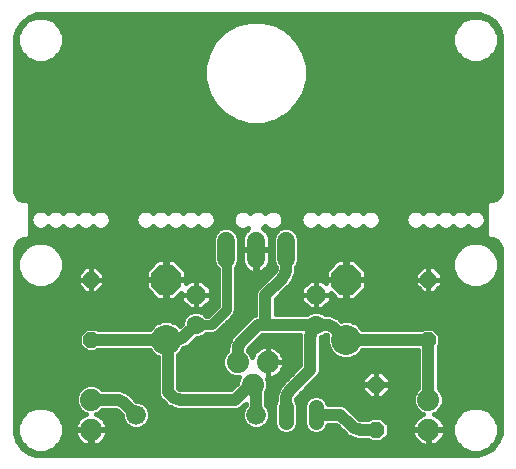
<source format=gbl>
G75*
G70*
%OFA0B0*%
%FSLAX24Y24*%
%IPPOS*%
%LPD*%
%AMOC8*
5,1,8,0,0,1.08239X$1,22.5*
%
%ADD10C,0.0600*%
%ADD11OC8,0.0520*%
%ADD12OC8,0.0630*%
%ADD13C,0.0630*%
%ADD14C,0.1000*%
%ADD15OC8,0.1000*%
%ADD16C,0.0660*%
%ADD17C,0.0515*%
%ADD18C,0.0740*%
%ADD19OC8,0.0560*%
%ADD20C,0.0400*%
%ADD21C,0.0160*%
%ADD22C,0.0320*%
D10*
X007362Y006880D02*
X007362Y007480D01*
X008362Y007480D02*
X008362Y006880D01*
X009362Y006880D02*
X009362Y007480D01*
D11*
X014112Y006180D03*
X014112Y004180D03*
X002862Y004180D03*
X002862Y006180D03*
D12*
X006362Y005680D03*
X010362Y005680D03*
D13*
X010362Y004680D03*
X006362Y004680D03*
D14*
X005362Y004180D03*
X011362Y004180D03*
D15*
X011362Y006180D03*
X005362Y006180D03*
D16*
X004362Y001680D03*
X008362Y001680D03*
D17*
X009362Y001423D02*
X009362Y001937D01*
X010362Y001937D02*
X010362Y001423D01*
D18*
X008250Y002680D03*
X007750Y003430D03*
X008750Y003430D03*
X014112Y002180D03*
X014112Y001180D03*
X002862Y001180D03*
X002862Y002180D03*
D19*
X012362Y002680D03*
X012362Y001180D03*
D20*
X011888Y001180D01*
X011535Y001326D02*
X011181Y001680D01*
X010362Y001680D01*
X009362Y002154D02*
X009364Y002198D01*
X009370Y002241D01*
X009379Y002283D01*
X009392Y002325D01*
X009409Y002365D01*
X009429Y002404D01*
X009452Y002441D01*
X009479Y002475D01*
X009508Y002508D01*
X009509Y002508D02*
X010181Y003180D01*
X010181Y004292D01*
X010328Y004645D02*
X010362Y004680D01*
X010655Y004680D01*
X010362Y004680D02*
X008681Y004680D01*
X008681Y005680D01*
X009216Y006215D01*
X009362Y006568D02*
X009362Y007180D01*
X009362Y006568D02*
X009360Y006524D01*
X009354Y006481D01*
X009345Y006439D01*
X009332Y006397D01*
X009315Y006357D01*
X009295Y006318D01*
X009272Y006281D01*
X009245Y006247D01*
X009216Y006214D01*
X008681Y004680D02*
X008431Y004680D01*
X007897Y004145D01*
X007750Y003792D02*
X007750Y003430D01*
X007750Y003792D02*
X007752Y003836D01*
X007758Y003879D01*
X007767Y003921D01*
X007780Y003963D01*
X007797Y004003D01*
X007817Y004042D01*
X007840Y004079D01*
X007867Y004113D01*
X007896Y004146D01*
X008133Y002631D02*
X007681Y002180D01*
X005888Y002180D01*
X005535Y002326D02*
X005431Y002430D01*
X005431Y004014D01*
X005362Y004180D02*
X005655Y004180D01*
X005362Y004180D02*
X002862Y004180D01*
X002862Y002180D02*
X003655Y002180D01*
X004009Y002034D02*
X004362Y001680D01*
X004009Y002034D02*
X003976Y002063D01*
X003942Y002090D01*
X003905Y002113D01*
X003866Y002133D01*
X003826Y002150D01*
X003784Y002163D01*
X003742Y002172D01*
X003699Y002178D01*
X003655Y002180D01*
X005431Y004014D02*
X005430Y004040D01*
X005425Y004066D01*
X005418Y004092D01*
X005408Y004116D01*
X005395Y004139D01*
X005380Y004161D01*
X005362Y004180D01*
X005655Y004180D02*
X005699Y004182D01*
X005742Y004188D01*
X005784Y004197D01*
X005826Y004210D01*
X005866Y004227D01*
X005905Y004247D01*
X005942Y004270D01*
X005976Y004297D01*
X006009Y004326D01*
X006362Y004680D01*
X005534Y002326D02*
X005567Y002297D01*
X005601Y002270D01*
X005638Y002247D01*
X005677Y002227D01*
X005717Y002210D01*
X005759Y002197D01*
X005801Y002188D01*
X005844Y002182D01*
X005888Y002180D01*
X008250Y002680D02*
X008275Y002652D01*
X008297Y002622D01*
X008317Y002590D01*
X008333Y002556D01*
X008346Y002520D01*
X008355Y002484D01*
X008360Y002447D01*
X008362Y002409D01*
X008362Y001680D01*
X008133Y002631D02*
X008149Y002646D01*
X008167Y002658D01*
X008186Y002667D01*
X008207Y002674D01*
X008228Y002679D01*
X008250Y002680D01*
X009362Y002154D02*
X009362Y001680D01*
X011534Y001326D02*
X011567Y001297D01*
X011601Y001270D01*
X011638Y001247D01*
X011677Y001227D01*
X011717Y001210D01*
X011759Y001197D01*
X011801Y001188D01*
X011844Y001182D01*
X011888Y001180D01*
X014112Y002180D02*
X014112Y004180D01*
X011362Y004180D01*
X011009Y004534D01*
X010327Y004646D02*
X010298Y004613D01*
X010271Y004579D01*
X010248Y004542D01*
X010228Y004503D01*
X010211Y004463D01*
X010198Y004421D01*
X010189Y004379D01*
X010183Y004336D01*
X010181Y004292D01*
X010655Y004680D02*
X010699Y004678D01*
X010742Y004672D01*
X010784Y004663D01*
X010826Y004650D01*
X010866Y004633D01*
X010905Y004613D01*
X010942Y004590D01*
X010976Y004563D01*
X011009Y004534D01*
D21*
X000573Y000572D02*
X000415Y000790D01*
X000332Y001045D01*
X000321Y001180D01*
X000321Y007180D01*
X000328Y007250D01*
X000382Y007380D01*
X000481Y007479D01*
X000611Y007533D01*
X000681Y007540D01*
X000739Y007540D01*
X000821Y007622D01*
X000821Y008738D01*
X000739Y008820D01*
X000681Y008820D01*
X000611Y008827D01*
X000481Y008881D01*
X000382Y008980D01*
X000328Y009110D01*
X000321Y009180D01*
X000321Y013997D01*
X000325Y014001D01*
X000321Y014054D01*
X000321Y014073D01*
X000324Y014204D01*
X000396Y014485D01*
X000552Y014729D01*
X000776Y014914D01*
X001046Y015020D01*
X001188Y015040D01*
X015681Y015040D01*
X015816Y015029D01*
X016072Y014946D01*
X016289Y014788D01*
X016448Y014570D01*
X016531Y014315D01*
X016541Y014180D01*
X016541Y009180D01*
X016534Y009110D01*
X016481Y008980D01*
X016381Y008881D01*
X016251Y008827D01*
X016181Y008820D01*
X016123Y008820D01*
X016041Y008738D01*
X016041Y007622D01*
X016123Y007540D01*
X016181Y007540D01*
X016251Y007533D01*
X016381Y007479D01*
X016481Y007380D01*
X016534Y007250D01*
X016541Y007180D01*
X016541Y001187D01*
X016520Y001044D01*
X016411Y000773D01*
X016223Y000548D01*
X015976Y000393D01*
X015692Y000321D01*
X015575Y000320D01*
X015540Y000320D01*
X015487Y000324D01*
X015483Y000320D01*
X001181Y000320D01*
X001047Y000331D01*
X000791Y000414D01*
X000573Y000572D01*
X000617Y000656D02*
X000512Y000656D01*
X000529Y000744D02*
X000745Y000527D01*
X001028Y000410D01*
X001334Y000410D01*
X001617Y000527D01*
X001834Y000744D01*
X001951Y001027D01*
X001951Y001333D01*
X001834Y001616D01*
X001617Y001833D01*
X001334Y001950D01*
X001028Y001950D01*
X000745Y001833D01*
X000529Y001616D01*
X000411Y001333D01*
X000411Y001027D01*
X000529Y000744D01*
X000499Y000814D02*
X000407Y000814D01*
X000434Y000973D02*
X000356Y000973D01*
X000325Y001131D02*
X000411Y001131D01*
X000411Y001290D02*
X000321Y001290D01*
X000321Y001448D02*
X000459Y001448D01*
X000525Y001607D02*
X000321Y001607D01*
X000321Y001765D02*
X000677Y001765D01*
X000964Y001924D02*
X000321Y001924D01*
X000321Y002082D02*
X002352Y002082D01*
X002352Y002079D02*
X002430Y001891D01*
X002573Y001748D01*
X002686Y001701D01*
X002651Y001690D01*
X002574Y001650D01*
X002504Y001600D01*
X002443Y001538D01*
X002392Y001468D01*
X002353Y001391D01*
X002326Y001309D01*
X002312Y001223D01*
X002312Y001200D01*
X002842Y001200D01*
X002842Y001160D01*
X002312Y001160D01*
X002312Y001137D01*
X002326Y001051D01*
X002353Y000969D01*
X002392Y000892D01*
X002443Y000822D01*
X002504Y000760D01*
X002574Y000710D01*
X002651Y000670D01*
X002734Y000644D01*
X002819Y000630D01*
X002842Y000630D01*
X002842Y001160D01*
X002882Y001160D01*
X002882Y000630D01*
X002906Y000630D01*
X002991Y000644D01*
X003073Y000670D01*
X003151Y000710D01*
X003221Y000760D01*
X003282Y000822D01*
X003333Y000892D01*
X003372Y000969D01*
X003399Y001051D01*
X003412Y001137D01*
X003412Y001160D01*
X002882Y001160D01*
X002882Y001200D01*
X003412Y001200D01*
X003412Y001223D01*
X003399Y001309D01*
X003372Y001391D01*
X003333Y001468D01*
X003282Y001538D01*
X003221Y001600D01*
X003151Y001650D01*
X003073Y001690D01*
X003039Y001701D01*
X003151Y001748D01*
X003244Y001840D01*
X003655Y001840D01*
X003686Y001837D01*
X003744Y001813D01*
X003768Y001793D01*
X003812Y001749D01*
X003892Y001669D01*
X003892Y001587D01*
X003964Y001414D01*
X004096Y001282D01*
X004269Y001210D01*
X004456Y001210D01*
X004629Y001282D01*
X004761Y001414D01*
X004832Y001587D01*
X004832Y001773D01*
X004761Y001946D01*
X004629Y002078D01*
X004456Y002150D01*
X004373Y002150D01*
X004293Y002230D01*
X004249Y002274D01*
X004131Y002392D01*
X003822Y002520D01*
X003244Y002520D01*
X003151Y002612D01*
X002964Y002690D01*
X002761Y002690D01*
X002573Y002612D01*
X002430Y002469D01*
X002352Y002281D01*
X002352Y002079D01*
X002352Y002241D02*
X000321Y002241D01*
X000321Y002399D02*
X002401Y002399D01*
X002519Y002558D02*
X000321Y002558D01*
X000321Y002716D02*
X005091Y002716D01*
X005091Y002558D02*
X003206Y002558D01*
X003169Y001765D02*
X003797Y001765D01*
X003892Y001607D02*
X003211Y001607D01*
X003343Y001448D02*
X003950Y001448D01*
X004088Y001290D02*
X003402Y001290D01*
X003411Y001131D02*
X009092Y001131D01*
X009137Y001086D02*
X009025Y001197D01*
X008965Y001343D01*
X008965Y002017D01*
X009022Y002155D01*
X009022Y002321D01*
X009150Y002630D01*
X009150Y002630D01*
X009268Y002748D01*
X009312Y002792D01*
X009841Y003321D01*
X009841Y004340D01*
X008572Y004340D01*
X008181Y003949D01*
X008137Y003905D01*
X008117Y003881D01*
X008093Y003823D01*
X008092Y003810D01*
X008182Y003719D01*
X008229Y003606D01*
X008240Y003641D01*
X008280Y003718D01*
X008331Y003788D01*
X008392Y003850D01*
X008462Y003900D01*
X008539Y003940D01*
X008621Y003966D01*
X008707Y003980D01*
X008750Y003980D01*
X008750Y003430D01*
X008750Y003430D01*
X008750Y003430D01*
X008750Y002880D01*
X008719Y002880D01*
X008760Y002781D01*
X008760Y002579D01*
X008702Y002439D01*
X008702Y002005D01*
X008761Y001946D01*
X008832Y001773D01*
X008832Y001587D01*
X008761Y001414D01*
X008629Y001282D01*
X008456Y001210D01*
X008269Y001210D01*
X008096Y001282D01*
X007964Y001414D01*
X007892Y001587D01*
X007892Y001773D01*
X007964Y001946D01*
X008022Y002005D01*
X008022Y002040D01*
X007969Y001987D01*
X007874Y001892D01*
X007749Y001840D01*
X005721Y001840D01*
X005413Y001968D01*
X005413Y001968D01*
X005294Y002086D01*
X005251Y002130D01*
X005239Y002142D01*
X005143Y002237D01*
X005091Y002362D01*
X005091Y003600D01*
X005000Y003637D01*
X004820Y003817D01*
X004810Y003840D01*
X003088Y003840D01*
X003028Y003780D01*
X002697Y003780D01*
X002462Y004014D01*
X002462Y004346D01*
X002697Y004580D01*
X003028Y004580D01*
X003088Y004520D01*
X004810Y004520D01*
X004820Y004543D01*
X005000Y004723D01*
X005235Y004820D01*
X005490Y004820D01*
X005725Y004723D01*
X005824Y004623D01*
X005907Y004706D01*
X005907Y004771D01*
X005977Y004938D01*
X006105Y005066D01*
X006272Y005135D01*
X006453Y005135D01*
X006620Y005066D01*
X006706Y004980D01*
X006769Y004980D01*
X007082Y005293D01*
X007082Y006538D01*
X006989Y006631D01*
X006922Y006792D01*
X006922Y007568D01*
X006989Y007729D01*
X007113Y007853D01*
X007275Y007920D01*
X007450Y007920D01*
X007612Y007853D01*
X007735Y007729D01*
X007802Y007568D01*
X007802Y006792D01*
X007735Y006631D01*
X007682Y006578D01*
X007682Y005109D01*
X007637Y004999D01*
X007552Y004915D01*
X007063Y004426D01*
X006953Y004380D01*
X006706Y004380D01*
X006620Y004294D01*
X006453Y004225D01*
X006388Y004225D01*
X006296Y004133D01*
X006249Y004086D01*
X006249Y004086D01*
X006131Y003968D01*
X006131Y003968D01*
X005933Y003886D01*
X005905Y003817D01*
X005771Y003684D01*
X005771Y002571D01*
X005775Y002567D01*
X005799Y002547D01*
X005857Y002523D01*
X005888Y002520D01*
X007540Y002520D01*
X007740Y002720D01*
X007740Y002781D01*
X007798Y002920D01*
X007649Y002920D01*
X007461Y002998D01*
X007318Y003141D01*
X007240Y003329D01*
X007240Y003531D01*
X007318Y003719D01*
X007410Y003811D01*
X007410Y003959D01*
X007538Y004268D01*
X007538Y004268D01*
X007656Y004386D01*
X007656Y004386D01*
X007700Y004430D01*
X008143Y004873D01*
X008239Y004968D01*
X008341Y005011D01*
X008341Y005748D01*
X008393Y005873D01*
X008489Y005968D01*
X008931Y006411D01*
X008975Y006455D01*
X008995Y006479D01*
X009019Y006537D01*
X009022Y006568D01*
X009022Y006598D01*
X008989Y006631D01*
X008922Y006792D01*
X008922Y007568D01*
X008989Y007729D01*
X009113Y007853D01*
X009275Y007920D01*
X009450Y007920D01*
X009612Y007853D01*
X009735Y007729D01*
X009802Y007568D01*
X009802Y006792D01*
X009735Y006631D01*
X009702Y006598D01*
X009702Y006401D01*
X009574Y006092D01*
X009574Y006092D01*
X009456Y005974D01*
X009456Y005974D01*
X009412Y005930D01*
X009021Y005539D01*
X009021Y005020D01*
X010059Y005020D01*
X010105Y005066D01*
X010272Y005135D01*
X010453Y005135D01*
X010620Y005066D01*
X010666Y005020D01*
X010822Y005020D01*
X011131Y004892D01*
X011131Y004892D01*
X011213Y004811D01*
X011235Y004820D01*
X011490Y004820D01*
X011725Y004723D01*
X011905Y004543D01*
X011914Y004520D01*
X013887Y004520D01*
X013947Y004580D01*
X014278Y004580D01*
X014512Y004346D01*
X014512Y004014D01*
X014452Y003954D01*
X014452Y002561D01*
X014545Y002469D01*
X014622Y002281D01*
X014622Y002079D01*
X014545Y001891D01*
X014401Y001748D01*
X014289Y001701D01*
X014323Y001690D01*
X014401Y001650D01*
X014471Y001600D01*
X014532Y001538D01*
X014583Y001468D01*
X014622Y001391D01*
X014649Y001309D01*
X014662Y001223D01*
X014662Y001200D01*
X014132Y001200D01*
X014132Y001160D01*
X014132Y000630D01*
X014156Y000630D01*
X014241Y000644D01*
X014323Y000670D01*
X014401Y000710D01*
X014471Y000760D01*
X014532Y000822D01*
X014583Y000892D01*
X014622Y000969D01*
X014649Y001051D01*
X014662Y001137D01*
X014662Y001160D01*
X014132Y001160D01*
X014092Y001160D01*
X013562Y001160D01*
X013562Y001137D01*
X013576Y001051D01*
X013603Y000969D01*
X013642Y000892D01*
X013693Y000822D01*
X013754Y000760D01*
X013824Y000710D01*
X013901Y000670D01*
X013984Y000644D01*
X014069Y000630D01*
X014092Y000630D01*
X014092Y001160D01*
X014092Y001200D01*
X013562Y001200D01*
X013562Y001223D01*
X013576Y001309D01*
X013603Y001391D01*
X013642Y001468D01*
X013693Y001538D01*
X013754Y001600D01*
X013824Y001650D01*
X013901Y001690D01*
X013936Y001701D01*
X013823Y001748D01*
X013680Y001891D01*
X013602Y002079D01*
X013602Y002281D01*
X013680Y002469D01*
X013772Y002561D01*
X013772Y003840D01*
X011914Y003840D01*
X011905Y003817D01*
X011725Y003637D01*
X011490Y003540D01*
X011235Y003540D01*
X011000Y003637D01*
X010820Y003817D01*
X010722Y004053D01*
X010722Y004307D01*
X010728Y004320D01*
X010686Y004337D01*
X010665Y004339D01*
X010620Y004294D01*
X010521Y004253D01*
X010521Y003112D01*
X010469Y002987D01*
X010374Y002892D01*
X009793Y002311D01*
X009749Y002267D01*
X009729Y002243D01*
X009705Y002185D01*
X009702Y002155D01*
X009760Y002017D01*
X009760Y001343D01*
X009699Y001197D01*
X009587Y001086D01*
X009441Y001025D01*
X009283Y001025D01*
X009137Y001086D01*
X008987Y001290D02*
X008637Y001290D01*
X008775Y001448D02*
X008965Y001448D01*
X008965Y001607D02*
X008832Y001607D01*
X008832Y001765D02*
X008965Y001765D01*
X008965Y001924D02*
X008770Y001924D01*
X008702Y002082D02*
X008992Y002082D01*
X009022Y002241D02*
X008702Y002241D01*
X008702Y002399D02*
X009055Y002399D01*
X009120Y002558D02*
X008751Y002558D01*
X008760Y002716D02*
X009236Y002716D01*
X009395Y002875D02*
X008722Y002875D01*
X008750Y002880D02*
X008793Y002880D01*
X008879Y002894D01*
X008961Y002920D01*
X009038Y002960D01*
X009108Y003010D01*
X009170Y003072D01*
X009221Y003142D01*
X009260Y003219D01*
X009287Y003301D01*
X009300Y003387D01*
X009300Y003430D01*
X008750Y003430D01*
X008750Y003980D01*
X008793Y003980D01*
X008879Y003966D01*
X008961Y003940D01*
X009038Y003900D01*
X009108Y003850D01*
X009170Y003788D01*
X009221Y003718D01*
X009260Y003641D01*
X009287Y003559D01*
X009300Y003473D01*
X009300Y003430D01*
X008750Y003430D01*
X008750Y002880D01*
X008750Y003033D02*
X008750Y003033D01*
X008750Y003192D02*
X008750Y003192D01*
X008750Y003350D02*
X008750Y003350D01*
X008750Y003430D02*
X008750Y003430D01*
X008750Y003509D02*
X008750Y003509D01*
X008750Y003667D02*
X008750Y003667D01*
X008750Y003826D02*
X008750Y003826D01*
X008368Y003826D02*
X008094Y003826D01*
X008204Y003667D02*
X008254Y003667D01*
X008216Y003984D02*
X009841Y003984D01*
X009841Y003826D02*
X009132Y003826D01*
X009247Y003667D02*
X009841Y003667D01*
X009841Y003509D02*
X009295Y003509D01*
X009294Y003350D02*
X009841Y003350D01*
X009712Y003192D02*
X009246Y003192D01*
X009131Y003033D02*
X009553Y003033D01*
X010040Y002558D02*
X011902Y002558D01*
X011902Y002489D02*
X012172Y002220D01*
X012352Y002220D01*
X012352Y002670D01*
X011902Y002670D01*
X011902Y002489D01*
X011993Y002399D02*
X009881Y002399D01*
X009728Y002241D02*
X010103Y002241D01*
X010137Y002274D02*
X010025Y002163D01*
X009965Y002017D01*
X009965Y001343D01*
X010025Y001197D01*
X010137Y001086D01*
X010283Y001025D01*
X010441Y001025D01*
X010587Y001086D01*
X010699Y001197D01*
X010758Y001340D01*
X011040Y001340D01*
X011247Y001134D01*
X011247Y001134D01*
X011294Y001086D01*
X011413Y000968D01*
X011721Y000840D01*
X012108Y000840D01*
X012188Y000760D01*
X012536Y000760D01*
X012782Y001006D01*
X012782Y001354D01*
X012536Y001600D01*
X012188Y001600D01*
X012108Y001520D01*
X011888Y001520D01*
X011857Y001523D01*
X011799Y001547D01*
X011775Y001567D01*
X011727Y001615D01*
X011469Y001873D01*
X011374Y001968D01*
X011249Y002020D01*
X010758Y002020D01*
X010699Y002163D01*
X010587Y002274D01*
X010441Y002335D01*
X010283Y002335D01*
X010137Y002274D01*
X009992Y002082D02*
X009733Y002082D01*
X009760Y001924D02*
X009965Y001924D01*
X009965Y001765D02*
X009760Y001765D01*
X009760Y001607D02*
X009965Y001607D01*
X009965Y001448D02*
X009760Y001448D01*
X009737Y001290D02*
X009987Y001290D01*
X010092Y001131D02*
X009633Y001131D01*
X010633Y001131D02*
X011249Y001131D01*
X011091Y001290D02*
X010737Y001290D01*
X011408Y000973D02*
X003373Y000973D01*
X003274Y000814D02*
X012134Y000814D01*
X012590Y000814D02*
X013701Y000814D01*
X013601Y000973D02*
X012749Y000973D01*
X012782Y001131D02*
X013563Y001131D01*
X013573Y001290D02*
X012782Y001290D01*
X012688Y001448D02*
X013632Y001448D01*
X013764Y001607D02*
X011736Y001607D01*
X011727Y001615D02*
X011727Y001615D01*
X011799Y001547D02*
X011799Y001547D01*
X011577Y001765D02*
X013806Y001765D01*
X013667Y001924D02*
X011419Y001924D01*
X010733Y002082D02*
X013602Y002082D01*
X013602Y002241D02*
X012573Y002241D01*
X012553Y002220D02*
X012822Y002489D01*
X012822Y002670D01*
X012372Y002670D01*
X012372Y002220D01*
X012553Y002220D01*
X012372Y002241D02*
X012352Y002241D01*
X012352Y002399D02*
X012372Y002399D01*
X012372Y002558D02*
X012352Y002558D01*
X012352Y002670D02*
X012372Y002670D01*
X012372Y002690D01*
X012352Y002690D01*
X012352Y002670D01*
X012352Y002690D02*
X011902Y002690D01*
X011902Y002871D01*
X012172Y003140D01*
X012352Y003140D01*
X012352Y002690D01*
X012372Y002690D02*
X012372Y003140D01*
X012553Y003140D01*
X012822Y002871D01*
X012822Y002690D01*
X012372Y002690D01*
X012372Y002716D02*
X012352Y002716D01*
X012352Y002875D02*
X012372Y002875D01*
X012372Y003033D02*
X012352Y003033D01*
X012065Y003033D02*
X010488Y003033D01*
X010521Y003192D02*
X013772Y003192D01*
X013772Y003350D02*
X010521Y003350D01*
X010521Y003509D02*
X013772Y003509D01*
X013772Y003667D02*
X011754Y003667D01*
X011908Y003826D02*
X013772Y003826D01*
X014452Y003826D02*
X016541Y003826D01*
X016541Y003984D02*
X014482Y003984D01*
X014512Y004143D02*
X016541Y004143D01*
X016541Y004301D02*
X014512Y004301D01*
X014399Y004460D02*
X016541Y004460D01*
X016541Y004618D02*
X011829Y004618D01*
X011595Y004777D02*
X016541Y004777D01*
X016541Y004935D02*
X011028Y004935D01*
X010634Y005252D02*
X016541Y005252D01*
X016541Y005094D02*
X010553Y005094D01*
X010567Y005185D02*
X010857Y005475D01*
X010857Y005680D01*
X010362Y005680D01*
X009867Y005680D01*
X009867Y005475D01*
X010157Y005185D01*
X010362Y005185D01*
X010362Y005680D01*
X010362Y005680D01*
X009867Y005680D01*
X009867Y005885D01*
X010157Y006175D01*
X010362Y006175D01*
X010362Y005680D01*
X010362Y005680D01*
X010362Y005680D01*
X010362Y006175D01*
X010567Y006175D01*
X010682Y006060D01*
X010682Y006160D01*
X011342Y006160D01*
X011342Y006200D01*
X010682Y006200D01*
X010682Y006462D01*
X011081Y006860D01*
X011342Y006860D01*
X011342Y006200D01*
X011382Y006200D01*
X011382Y006860D01*
X011644Y006860D01*
X012042Y006462D01*
X012042Y006200D01*
X011382Y006200D01*
X011382Y006160D01*
X011382Y005500D01*
X011644Y005500D01*
X012042Y005898D01*
X012042Y006160D01*
X011382Y006160D01*
X011342Y006160D01*
X011342Y005500D01*
X011081Y005500D01*
X010857Y005723D01*
X010857Y005680D01*
X010362Y005680D01*
X010362Y005185D01*
X010567Y005185D01*
X010362Y005252D02*
X010362Y005252D01*
X010362Y005411D02*
X010362Y005411D01*
X010362Y005569D02*
X010362Y005569D01*
X010362Y005680D02*
X010362Y005680D01*
X010362Y005728D02*
X010362Y005728D01*
X010362Y005886D02*
X010362Y005886D01*
X010362Y006045D02*
X010362Y006045D01*
X010027Y006045D02*
X009527Y006045D01*
X009574Y006092D02*
X009574Y006092D01*
X009620Y006203D02*
X010682Y006203D01*
X010682Y006362D02*
X009686Y006362D01*
X009702Y006520D02*
X010741Y006520D01*
X010899Y006679D02*
X009755Y006679D01*
X009802Y006837D02*
X011058Y006837D01*
X011342Y006837D02*
X011382Y006837D01*
X011382Y006679D02*
X011342Y006679D01*
X011342Y006520D02*
X011382Y006520D01*
X011382Y006362D02*
X011342Y006362D01*
X011342Y006203D02*
X011382Y006203D01*
X011382Y006045D02*
X011342Y006045D01*
X011342Y005886D02*
X011382Y005886D01*
X011382Y005728D02*
X011342Y005728D01*
X011342Y005569D02*
X011382Y005569D01*
X011713Y005569D02*
X016541Y005569D01*
X016541Y005411D02*
X010793Y005411D01*
X010857Y005569D02*
X011012Y005569D01*
X011872Y005728D02*
X016541Y005728D01*
X016541Y005886D02*
X014441Y005886D01*
X014552Y005998D02*
X014295Y005740D01*
X014112Y005740D01*
X014112Y006180D01*
X013672Y006180D01*
X013672Y005998D01*
X013930Y005740D01*
X014112Y005740D01*
X014112Y006180D01*
X014112Y006180D01*
X013672Y006180D01*
X013672Y006362D01*
X013930Y006620D01*
X014112Y006620D01*
X014112Y006180D01*
X014112Y006180D01*
X014112Y006180D01*
X014112Y006620D01*
X014295Y006620D01*
X014552Y006362D01*
X014552Y006180D01*
X014112Y006180D01*
X014112Y006180D01*
X014552Y006180D01*
X014552Y005998D01*
X014552Y006045D02*
X015228Y006045D01*
X015245Y006027D02*
X015528Y005910D01*
X015834Y005910D01*
X016117Y006027D01*
X016334Y006244D01*
X016451Y006527D01*
X016451Y006833D01*
X016334Y007116D01*
X016117Y007333D01*
X015834Y007450D01*
X015528Y007450D01*
X015245Y007333D01*
X015029Y007116D01*
X014911Y006833D01*
X014911Y006527D01*
X015029Y006244D01*
X015245Y006027D01*
X015069Y006203D02*
X014552Y006203D01*
X014552Y006362D02*
X014980Y006362D01*
X014914Y006520D02*
X014395Y006520D01*
X014112Y006520D02*
X014112Y006520D01*
X014112Y006362D02*
X014112Y006362D01*
X014112Y006203D02*
X014112Y006203D01*
X014112Y006045D02*
X014112Y006045D01*
X014112Y005886D02*
X014112Y005886D01*
X013784Y005886D02*
X012030Y005886D01*
X012042Y006045D02*
X013672Y006045D01*
X013672Y006203D02*
X012042Y006203D01*
X012042Y006362D02*
X013672Y006362D01*
X013830Y006520D02*
X011984Y006520D01*
X011825Y006679D02*
X014911Y006679D01*
X014913Y006837D02*
X011667Y006837D01*
X011614Y007843D02*
X011748Y007843D01*
X011872Y007894D01*
X011931Y007954D01*
X011990Y007894D01*
X012114Y007843D01*
X012248Y007843D01*
X012372Y007894D01*
X012467Y007989D01*
X012518Y008113D01*
X012518Y008247D01*
X012467Y008371D01*
X012372Y008466D01*
X012248Y008517D01*
X012114Y008517D01*
X011990Y008466D01*
X011931Y008406D01*
X011872Y008466D01*
X011748Y008517D01*
X011614Y008517D01*
X011490Y008466D01*
X011431Y008406D01*
X011372Y008466D01*
X011248Y008517D01*
X011114Y008517D01*
X010990Y008466D01*
X010931Y008406D01*
X010872Y008466D01*
X010748Y008517D01*
X010614Y008517D01*
X010490Y008466D01*
X010431Y008406D01*
X010372Y008466D01*
X010248Y008517D01*
X010114Y008517D01*
X009990Y008466D01*
X009896Y008371D01*
X009844Y008247D01*
X009844Y008113D01*
X009896Y007989D01*
X009990Y007894D01*
X010114Y007843D01*
X010248Y007843D01*
X010372Y007894D01*
X010431Y007954D01*
X010490Y007894D01*
X010614Y007843D01*
X010748Y007843D01*
X010872Y007894D01*
X010931Y007954D01*
X010990Y007894D01*
X011114Y007843D01*
X011248Y007843D01*
X011372Y007894D01*
X011431Y007954D01*
X011490Y007894D01*
X011614Y007843D01*
X011438Y007947D02*
X011424Y007947D01*
X011416Y008422D02*
X011447Y008422D01*
X011916Y008422D02*
X011947Y008422D01*
X012416Y008422D02*
X013447Y008422D01*
X013490Y008466D02*
X013396Y008371D01*
X013344Y008247D01*
X013344Y008113D01*
X013396Y007989D01*
X013490Y007894D01*
X013614Y007843D01*
X013748Y007843D01*
X013872Y007894D01*
X013931Y007954D01*
X013990Y007894D01*
X014114Y007843D01*
X014248Y007843D01*
X014372Y007894D01*
X014431Y007954D01*
X014490Y007894D01*
X014614Y007843D01*
X014748Y007843D01*
X014872Y007894D01*
X014931Y007954D01*
X014990Y007894D01*
X015114Y007843D01*
X015248Y007843D01*
X015372Y007894D01*
X015431Y007954D01*
X015490Y007894D01*
X015614Y007843D01*
X015748Y007843D01*
X015872Y007894D01*
X015967Y007989D01*
X016018Y008113D01*
X016018Y008247D01*
X015967Y008371D01*
X015872Y008466D01*
X015748Y008517D01*
X015614Y008517D01*
X015490Y008466D01*
X015431Y008406D01*
X015372Y008466D01*
X015248Y008517D01*
X015114Y008517D01*
X014990Y008466D01*
X014931Y008406D01*
X014872Y008466D01*
X014748Y008517D01*
X014614Y008517D01*
X014490Y008466D01*
X014431Y008406D01*
X014372Y008466D01*
X014248Y008517D01*
X014114Y008517D01*
X013990Y008466D01*
X013931Y008406D01*
X013872Y008466D01*
X013748Y008517D01*
X013614Y008517D01*
X013490Y008466D01*
X013351Y008264D02*
X012511Y008264D01*
X012515Y008105D02*
X013348Y008105D01*
X013438Y007947D02*
X012424Y007947D01*
X011938Y007947D02*
X011924Y007947D01*
X010938Y007947D02*
X010924Y007947D01*
X010916Y008422D02*
X010947Y008422D01*
X010447Y008422D02*
X010416Y008422D01*
X009947Y008422D02*
X009166Y008422D01*
X009122Y008466D02*
X009217Y008371D01*
X009268Y008247D01*
X009268Y008113D01*
X009217Y007989D01*
X009122Y007894D01*
X008998Y007843D01*
X008864Y007843D01*
X008740Y007894D01*
X008681Y007954D01*
X008622Y007894D01*
X008613Y007891D01*
X008614Y007891D01*
X008675Y007846D01*
X008728Y007793D01*
X008773Y007732D01*
X008807Y007664D01*
X008831Y007592D01*
X008842Y007518D01*
X008842Y007200D01*
X008382Y007200D01*
X008382Y007160D01*
X008382Y006400D01*
X008400Y006400D01*
X008475Y006412D01*
X008547Y006435D01*
X008614Y006469D01*
X008675Y006514D01*
X008728Y006567D01*
X008773Y006628D01*
X008807Y006696D01*
X008831Y006768D01*
X008842Y006842D01*
X008842Y007160D01*
X008382Y007160D01*
X008342Y007160D01*
X007882Y007160D01*
X007882Y006842D01*
X007894Y006768D01*
X007918Y006696D01*
X007952Y006628D01*
X007996Y006567D01*
X008050Y006514D01*
X008111Y006469D01*
X008178Y006435D01*
X008250Y006412D01*
X008325Y006400D01*
X008342Y006400D01*
X008342Y007160D01*
X008342Y007200D01*
X007882Y007200D01*
X007882Y007518D01*
X007894Y007592D01*
X007918Y007664D01*
X007952Y007732D01*
X007996Y007793D01*
X008050Y007846D01*
X008108Y007889D01*
X007998Y007843D01*
X007864Y007843D01*
X007740Y007894D01*
X007646Y007989D01*
X007594Y008113D01*
X007594Y008247D01*
X007646Y008371D01*
X007740Y008466D01*
X007864Y008517D01*
X007998Y008517D01*
X008122Y008466D01*
X008181Y008406D01*
X008240Y008466D01*
X008364Y008517D01*
X008498Y008517D01*
X008622Y008466D01*
X008681Y008406D01*
X008740Y008466D01*
X008864Y008517D01*
X008998Y008517D01*
X009122Y008466D01*
X009261Y008264D02*
X009851Y008264D01*
X009848Y008105D02*
X009265Y008105D01*
X009174Y007947D02*
X009938Y007947D01*
X009677Y007788D02*
X016041Y007788D01*
X016041Y007630D02*
X009777Y007630D01*
X009802Y007471D02*
X016390Y007471D01*
X016509Y007313D02*
X016138Y007313D01*
X016296Y007154D02*
X016541Y007154D01*
X016541Y006996D02*
X016384Y006996D01*
X016450Y006837D02*
X016541Y006837D01*
X016541Y006679D02*
X016451Y006679D01*
X016448Y006520D02*
X016541Y006520D01*
X016541Y006362D02*
X016383Y006362D01*
X016293Y006203D02*
X016541Y006203D01*
X016541Y006045D02*
X016135Y006045D01*
X014979Y006996D02*
X009802Y006996D01*
X009802Y007154D02*
X015066Y007154D01*
X015225Y007313D02*
X009802Y007313D01*
X010424Y007947D02*
X010438Y007947D01*
X009048Y007788D02*
X008732Y007788D01*
X008688Y007947D02*
X008674Y007947D01*
X008818Y007630D02*
X008948Y007630D01*
X008922Y007471D02*
X008842Y007471D01*
X008842Y007313D02*
X008922Y007313D01*
X008922Y007154D02*
X008842Y007154D01*
X008842Y006996D02*
X008922Y006996D01*
X008922Y006837D02*
X008842Y006837D01*
X008798Y006679D02*
X008970Y006679D01*
X009012Y006520D02*
X008681Y006520D01*
X008882Y006362D02*
X007682Y006362D01*
X007682Y006520D02*
X008044Y006520D01*
X007926Y006679D02*
X007755Y006679D01*
X007802Y006837D02*
X007883Y006837D01*
X007882Y006996D02*
X007802Y006996D01*
X007802Y007154D02*
X007882Y007154D01*
X007882Y007313D02*
X007802Y007313D01*
X007802Y007471D02*
X007882Y007471D01*
X007906Y007630D02*
X007777Y007630D01*
X007677Y007788D02*
X007993Y007788D01*
X007688Y007947D02*
X006924Y007947D01*
X006967Y007989D02*
X007018Y008113D01*
X007018Y008247D01*
X006967Y008371D01*
X006872Y008466D01*
X006748Y008517D01*
X006614Y008517D01*
X006490Y008466D01*
X006431Y008406D01*
X006372Y008466D01*
X006248Y008517D01*
X006114Y008517D01*
X005990Y008466D01*
X005931Y008406D01*
X005872Y008466D01*
X005748Y008517D01*
X005614Y008517D01*
X005490Y008466D01*
X005431Y008406D01*
X005372Y008466D01*
X005248Y008517D01*
X005114Y008517D01*
X004990Y008466D01*
X004931Y008406D01*
X004872Y008466D01*
X004748Y008517D01*
X004614Y008517D01*
X004490Y008466D01*
X004396Y008371D01*
X004344Y008247D01*
X004344Y008113D01*
X004396Y007989D01*
X004490Y007894D01*
X004614Y007843D01*
X004748Y007843D01*
X004872Y007894D01*
X004931Y007954D01*
X004990Y007894D01*
X005114Y007843D01*
X005248Y007843D01*
X005372Y007894D01*
X005431Y007954D01*
X005490Y007894D01*
X005614Y007843D01*
X005748Y007843D01*
X005872Y007894D01*
X005931Y007954D01*
X005990Y007894D01*
X006114Y007843D01*
X006248Y007843D01*
X006372Y007894D01*
X006431Y007954D01*
X006490Y007894D01*
X006614Y007843D01*
X006748Y007843D01*
X006872Y007894D01*
X006967Y007989D01*
X007015Y008105D02*
X007598Y008105D01*
X007601Y008264D02*
X007011Y008264D01*
X006916Y008422D02*
X007697Y008422D01*
X008166Y008422D02*
X008197Y008422D01*
X008666Y008422D02*
X008697Y008422D01*
X008382Y007154D02*
X008342Y007154D01*
X008342Y006996D02*
X008382Y006996D01*
X008382Y006837D02*
X008342Y006837D01*
X008342Y006679D02*
X008382Y006679D01*
X008382Y006520D02*
X008342Y006520D01*
X008723Y006203D02*
X007682Y006203D01*
X007682Y006045D02*
X008565Y006045D01*
X008406Y005886D02*
X007682Y005886D01*
X007682Y005728D02*
X008341Y005728D01*
X008341Y005569D02*
X007682Y005569D01*
X007682Y005411D02*
X008341Y005411D01*
X008341Y005252D02*
X007682Y005252D01*
X007676Y005094D02*
X008341Y005094D01*
X008205Y004935D02*
X007572Y004935D01*
X007414Y004777D02*
X008047Y004777D01*
X007888Y004618D02*
X007255Y004618D01*
X007097Y004460D02*
X007730Y004460D01*
X007571Y004301D02*
X006627Y004301D01*
X006306Y004143D02*
X007486Y004143D01*
X007421Y003984D02*
X006147Y003984D01*
X005908Y003826D02*
X007410Y003826D01*
X007296Y003667D02*
X005771Y003667D01*
X005771Y003509D02*
X007240Y003509D01*
X007240Y003350D02*
X005771Y003350D01*
X005771Y003192D02*
X007297Y003192D01*
X007426Y003033D02*
X005771Y003033D01*
X005771Y002875D02*
X007779Y002875D01*
X007736Y002716D02*
X005771Y002716D01*
X005787Y002558D02*
X007578Y002558D01*
X007906Y001924D02*
X007954Y001924D01*
X007892Y001765D02*
X004832Y001765D01*
X004832Y001607D02*
X007892Y001607D01*
X007950Y001448D02*
X004775Y001448D01*
X004637Y001290D02*
X008088Y001290D01*
X010198Y002716D02*
X011902Y002716D01*
X011906Y002875D02*
X010357Y002875D01*
X010621Y002241D02*
X012151Y002241D01*
X012732Y002399D02*
X013651Y002399D01*
X013769Y002558D02*
X012822Y002558D01*
X012822Y002716D02*
X013772Y002716D01*
X013772Y002875D02*
X012818Y002875D01*
X012660Y003033D02*
X013772Y003033D01*
X014452Y003033D02*
X016541Y003033D01*
X016541Y002875D02*
X014452Y002875D01*
X014452Y002716D02*
X016541Y002716D01*
X016541Y002558D02*
X014456Y002558D01*
X014574Y002399D02*
X016541Y002399D01*
X016541Y002241D02*
X014622Y002241D01*
X014622Y002082D02*
X016541Y002082D01*
X016541Y001924D02*
X015898Y001924D01*
X015834Y001950D02*
X016117Y001833D01*
X016334Y001616D01*
X016451Y001333D01*
X016451Y001027D01*
X016334Y000744D01*
X016117Y000527D01*
X015834Y000410D01*
X015528Y000410D01*
X015245Y000527D01*
X015029Y000744D01*
X014911Y001027D01*
X014911Y001333D01*
X015029Y001616D01*
X015245Y001833D01*
X015528Y001950D01*
X015834Y001950D01*
X015464Y001924D02*
X014558Y001924D01*
X014419Y001765D02*
X015177Y001765D01*
X015025Y001607D02*
X014461Y001607D01*
X014593Y001448D02*
X014959Y001448D01*
X014911Y001290D02*
X014652Y001290D01*
X014661Y001131D02*
X014911Y001131D01*
X014934Y000973D02*
X014623Y000973D01*
X014524Y000814D02*
X014999Y000814D01*
X015117Y000656D02*
X014278Y000656D01*
X014132Y000656D02*
X014092Y000656D01*
X013947Y000656D02*
X003028Y000656D01*
X002882Y000656D02*
X002842Y000656D01*
X002697Y000656D02*
X001746Y000656D01*
X001863Y000814D02*
X002451Y000814D01*
X002351Y000973D02*
X001929Y000973D01*
X001951Y001131D02*
X002313Y001131D01*
X002323Y001290D02*
X001951Y001290D01*
X001904Y001448D02*
X002382Y001448D01*
X002514Y001607D02*
X001838Y001607D01*
X001685Y001765D02*
X002556Y001765D01*
X002417Y001924D02*
X001398Y001924D01*
X000321Y002875D02*
X005091Y002875D01*
X005091Y003033D02*
X000321Y003033D01*
X000321Y003192D02*
X005091Y003192D01*
X005091Y003350D02*
X000321Y003350D01*
X000321Y003509D02*
X005091Y003509D01*
X004970Y003667D02*
X000321Y003667D01*
X000321Y003826D02*
X002651Y003826D01*
X002493Y003984D02*
X000321Y003984D01*
X000321Y004143D02*
X002462Y004143D01*
X002462Y004301D02*
X000321Y004301D01*
X000321Y004460D02*
X002576Y004460D01*
X003074Y003826D02*
X004816Y003826D01*
X004895Y004618D02*
X000321Y004618D01*
X000321Y004777D02*
X005130Y004777D01*
X005595Y004777D02*
X005910Y004777D01*
X005975Y004935D02*
X000321Y004935D01*
X000321Y005094D02*
X006172Y005094D01*
X006157Y005185D02*
X006362Y005185D01*
X006362Y005680D01*
X005867Y005680D01*
X005867Y005475D01*
X006157Y005185D01*
X006090Y005252D02*
X000321Y005252D01*
X000321Y005411D02*
X005932Y005411D01*
X005867Y005569D02*
X005713Y005569D01*
X005644Y005500D02*
X005867Y005723D01*
X005867Y005680D01*
X006362Y005680D01*
X006362Y005680D01*
X006362Y006175D01*
X006157Y006175D01*
X006042Y006060D01*
X006042Y006160D01*
X005382Y006160D01*
X005382Y005500D01*
X005644Y005500D01*
X005382Y005569D02*
X005342Y005569D01*
X005342Y005500D02*
X005081Y005500D01*
X004682Y005898D01*
X004682Y006160D01*
X005342Y006160D01*
X005342Y006200D01*
X004682Y006200D01*
X004682Y006462D01*
X005081Y006860D01*
X005342Y006860D01*
X005342Y006200D01*
X005382Y006200D01*
X005382Y006860D01*
X005644Y006860D01*
X006042Y006462D01*
X006042Y006200D01*
X005382Y006200D01*
X005382Y006160D01*
X005342Y006160D01*
X005342Y005500D01*
X005342Y005728D02*
X005382Y005728D01*
X005382Y005886D02*
X005342Y005886D01*
X005342Y006045D02*
X005382Y006045D01*
X005382Y006203D02*
X005342Y006203D01*
X005342Y006362D02*
X005382Y006362D01*
X005382Y006520D02*
X005342Y006520D01*
X005342Y006679D02*
X005382Y006679D01*
X005382Y006837D02*
X005342Y006837D01*
X005058Y006837D02*
X001950Y006837D01*
X001951Y006833D02*
X001834Y007116D01*
X001617Y007333D01*
X001334Y007450D01*
X001028Y007450D01*
X000745Y007333D01*
X000529Y007116D01*
X000411Y006833D01*
X000411Y006527D01*
X000529Y006244D01*
X000745Y006027D01*
X001028Y005910D01*
X001334Y005910D01*
X001617Y006027D01*
X001834Y006244D01*
X001951Y006527D01*
X001951Y006833D01*
X001951Y006679D02*
X004899Y006679D01*
X004741Y006520D02*
X003145Y006520D01*
X003045Y006620D02*
X002862Y006620D01*
X002680Y006620D01*
X002422Y006362D01*
X002422Y006180D01*
X002422Y005998D01*
X002680Y005740D01*
X002862Y005740D01*
X002862Y006180D01*
X002422Y006180D01*
X002862Y006180D01*
X002862Y006180D01*
X002862Y006620D01*
X002862Y006180D01*
X002862Y006180D01*
X002862Y006180D01*
X002862Y005740D01*
X003045Y005740D01*
X003302Y005998D01*
X003302Y006180D01*
X003302Y006362D01*
X003045Y006620D01*
X002862Y006520D02*
X002862Y006520D01*
X002862Y006362D02*
X002862Y006362D01*
X002862Y006203D02*
X002862Y006203D01*
X002862Y006180D02*
X003302Y006180D01*
X002862Y006180D01*
X002862Y006180D01*
X002862Y006045D02*
X002862Y006045D01*
X002862Y005886D02*
X002862Y005886D01*
X002534Y005886D02*
X000321Y005886D01*
X000321Y005728D02*
X004853Y005728D01*
X004695Y005886D02*
X003191Y005886D01*
X003302Y006045D02*
X004682Y006045D01*
X004682Y006203D02*
X003302Y006203D01*
X003302Y006362D02*
X004682Y006362D01*
X005012Y005569D02*
X000321Y005569D01*
X000321Y006045D02*
X000728Y006045D01*
X000569Y006203D02*
X000321Y006203D01*
X000321Y006362D02*
X000480Y006362D01*
X000414Y006520D02*
X000321Y006520D01*
X000321Y006679D02*
X000411Y006679D01*
X000413Y006837D02*
X000321Y006837D01*
X000321Y006996D02*
X000479Y006996D01*
X000566Y007154D02*
X000321Y007154D01*
X000354Y007313D02*
X000725Y007313D01*
X000473Y007471D02*
X006922Y007471D01*
X006922Y007313D02*
X001638Y007313D01*
X001796Y007154D02*
X006922Y007154D01*
X006922Y006996D02*
X001884Y006996D01*
X001948Y006520D02*
X002580Y006520D01*
X002422Y006362D02*
X001883Y006362D01*
X001793Y006203D02*
X002422Y006203D01*
X002422Y006045D02*
X001635Y006045D01*
X000821Y007630D02*
X006948Y007630D01*
X007048Y007788D02*
X000821Y007788D01*
X000821Y007947D02*
X000938Y007947D01*
X000896Y007989D02*
X000990Y007894D01*
X001114Y007843D01*
X001248Y007843D01*
X001372Y007894D01*
X001431Y007954D01*
X001490Y007894D01*
X001614Y007843D01*
X001748Y007843D01*
X001872Y007894D01*
X001931Y007954D01*
X001990Y007894D01*
X002114Y007843D01*
X002248Y007843D01*
X002372Y007894D01*
X002431Y007954D01*
X002490Y007894D01*
X002614Y007843D01*
X002748Y007843D01*
X002872Y007894D01*
X002931Y007954D01*
X002990Y007894D01*
X003114Y007843D01*
X003248Y007843D01*
X003372Y007894D01*
X003467Y007989D01*
X003518Y008113D01*
X003518Y008247D01*
X003467Y008371D01*
X003372Y008466D01*
X003248Y008517D01*
X003114Y008517D01*
X002990Y008466D01*
X002931Y008406D01*
X002872Y008466D01*
X002748Y008517D01*
X002614Y008517D01*
X002490Y008466D01*
X002431Y008406D01*
X002372Y008466D01*
X002248Y008517D01*
X002114Y008517D01*
X001990Y008466D01*
X001931Y008406D01*
X001872Y008466D01*
X001748Y008517D01*
X001614Y008517D01*
X001490Y008466D01*
X001431Y008406D01*
X001372Y008466D01*
X001248Y008517D01*
X001114Y008517D01*
X000990Y008466D01*
X000896Y008371D01*
X000844Y008247D01*
X000844Y008113D01*
X000896Y007989D01*
X000848Y008105D02*
X000821Y008105D01*
X000821Y008264D02*
X000851Y008264D01*
X000821Y008422D02*
X000947Y008422D01*
X000821Y008581D02*
X016041Y008581D01*
X016042Y008739D02*
X000820Y008739D01*
X000464Y008898D02*
X016398Y008898D01*
X016512Y009056D02*
X000350Y009056D01*
X000321Y009215D02*
X016541Y009215D01*
X016541Y009373D02*
X000321Y009373D01*
X000321Y009532D02*
X016541Y009532D01*
X016541Y009690D02*
X000321Y009690D01*
X000321Y009849D02*
X016541Y009849D01*
X016541Y010007D02*
X000321Y010007D01*
X000321Y010166D02*
X016541Y010166D01*
X016541Y010324D02*
X000321Y010324D01*
X000321Y010483D02*
X016541Y010483D01*
X016541Y010641D02*
X000321Y010641D01*
X000321Y010800D02*
X016541Y010800D01*
X016541Y010958D02*
X000321Y010958D01*
X000321Y011117D02*
X016541Y011117D01*
X016541Y011275D02*
X000321Y011275D01*
X000321Y011434D02*
X007823Y011434D01*
X007695Y011468D02*
X008135Y011350D01*
X008590Y011350D01*
X009030Y011468D01*
X009425Y011696D01*
X009747Y012018D01*
X009974Y012412D01*
X010092Y012852D01*
X010092Y013308D01*
X009974Y013748D01*
X009747Y014142D01*
X009425Y014464D01*
X009030Y014692D01*
X008590Y014810D01*
X008135Y014810D01*
X007695Y014692D01*
X007300Y014464D01*
X006978Y014142D01*
X006750Y013748D01*
X006632Y013308D01*
X006632Y012852D01*
X006750Y012412D01*
X006978Y012018D01*
X007300Y011696D01*
X007695Y011468D01*
X007480Y011592D02*
X000321Y011592D01*
X000321Y011751D02*
X007245Y011751D01*
X007087Y011909D02*
X000321Y011909D01*
X000321Y012068D02*
X006949Y012068D01*
X006858Y012226D02*
X000321Y012226D01*
X000321Y012385D02*
X006766Y012385D01*
X006715Y012543D02*
X000321Y012543D01*
X000321Y012702D02*
X006673Y012702D01*
X006632Y012860D02*
X000321Y012860D01*
X000321Y013019D02*
X006632Y013019D01*
X006632Y013177D02*
X000321Y013177D01*
X000321Y013336D02*
X006640Y013336D01*
X006682Y013494D02*
X001537Y013494D01*
X001617Y013527D02*
X001834Y013744D01*
X001951Y014027D01*
X001951Y014333D01*
X001834Y014616D01*
X001617Y014833D01*
X001334Y014950D01*
X001028Y014950D01*
X000745Y014833D01*
X000529Y014616D01*
X000411Y014333D01*
X000411Y014027D01*
X000529Y013744D01*
X000745Y013527D01*
X001028Y013410D01*
X001334Y013410D01*
X001617Y013527D01*
X001743Y013653D02*
X006725Y013653D01*
X006787Y013811D02*
X001862Y013811D01*
X001927Y013970D02*
X006878Y013970D01*
X006970Y014128D02*
X001951Y014128D01*
X001951Y014287D02*
X007122Y014287D01*
X007281Y014445D02*
X001905Y014445D01*
X001839Y014604D02*
X007541Y014604D01*
X007956Y014762D02*
X001688Y014762D01*
X001405Y014921D02*
X015457Y014921D01*
X015528Y014950D02*
X015245Y014833D01*
X015029Y014616D01*
X014911Y014333D01*
X014911Y014027D01*
X015029Y013744D01*
X015245Y013527D01*
X015528Y013410D01*
X015834Y013410D01*
X016117Y013527D01*
X016334Y013744D01*
X016451Y014027D01*
X016451Y014333D01*
X016334Y014616D01*
X016117Y014833D01*
X015834Y014950D01*
X015528Y014950D01*
X015905Y014921D02*
X016107Y014921D01*
X016188Y014762D02*
X016308Y014762D01*
X016339Y014604D02*
X016423Y014604D01*
X016405Y014445D02*
X016488Y014445D01*
X016451Y014287D02*
X016533Y014287D01*
X016541Y014128D02*
X016451Y014128D01*
X016427Y013970D02*
X016541Y013970D01*
X016541Y013811D02*
X016362Y013811D01*
X016243Y013653D02*
X016541Y013653D01*
X016541Y013494D02*
X016037Y013494D01*
X016541Y013336D02*
X010085Y013336D01*
X010092Y013177D02*
X016541Y013177D01*
X016541Y013019D02*
X010092Y013019D01*
X010092Y012860D02*
X016541Y012860D01*
X016541Y012702D02*
X010052Y012702D01*
X010009Y012543D02*
X016541Y012543D01*
X016541Y012385D02*
X009958Y012385D01*
X009867Y012226D02*
X016541Y012226D01*
X016541Y012068D02*
X009775Y012068D01*
X009638Y011909D02*
X016541Y011909D01*
X016541Y011751D02*
X009479Y011751D01*
X009245Y011592D02*
X016541Y011592D01*
X016541Y011434D02*
X008902Y011434D01*
X010042Y013494D02*
X015325Y013494D01*
X015120Y013653D02*
X010000Y013653D01*
X009938Y013811D02*
X015001Y013811D01*
X014935Y013970D02*
X009846Y013970D01*
X009755Y014128D02*
X014911Y014128D01*
X014911Y014287D02*
X009602Y014287D01*
X009444Y014445D02*
X014958Y014445D01*
X015023Y014604D02*
X009184Y014604D01*
X008769Y014762D02*
X015174Y014762D01*
X014947Y008422D02*
X014916Y008422D01*
X014447Y008422D02*
X014416Y008422D01*
X013947Y008422D02*
X013916Y008422D01*
X013924Y007947D02*
X013938Y007947D01*
X014424Y007947D02*
X014438Y007947D01*
X014924Y007947D02*
X014938Y007947D01*
X015424Y007947D02*
X015438Y007947D01*
X015416Y008422D02*
X015447Y008422D01*
X015916Y008422D02*
X016041Y008422D01*
X016041Y008264D02*
X016011Y008264D01*
X016015Y008105D02*
X016041Y008105D01*
X016041Y007947D02*
X015924Y007947D01*
X016541Y003667D02*
X014452Y003667D01*
X014452Y003509D02*
X016541Y003509D01*
X016541Y003350D02*
X014452Y003350D01*
X014452Y003192D02*
X016541Y003192D01*
X016541Y001765D02*
X016185Y001765D01*
X016338Y001607D02*
X016541Y001607D01*
X016541Y001448D02*
X016404Y001448D01*
X016451Y001290D02*
X016541Y001290D01*
X016533Y001131D02*
X016451Y001131D01*
X016429Y000973D02*
X016491Y000973D01*
X016428Y000814D02*
X016363Y000814D01*
X016313Y000656D02*
X016246Y000656D01*
X016142Y000497D02*
X016044Y000497D01*
X015760Y000339D02*
X001022Y000339D01*
X000818Y000497D02*
X000676Y000497D01*
X001544Y000497D02*
X015318Y000497D01*
X014132Y000814D02*
X014092Y000814D01*
X014092Y000973D02*
X014132Y000973D01*
X014132Y001131D02*
X014092Y001131D01*
X010970Y003667D02*
X010521Y003667D01*
X010521Y003826D02*
X010816Y003826D01*
X010751Y003984D02*
X010521Y003984D01*
X010521Y004143D02*
X010722Y004143D01*
X010722Y004301D02*
X010627Y004301D01*
X009841Y004301D02*
X008533Y004301D01*
X008375Y004143D02*
X009841Y004143D01*
X010172Y005094D02*
X009021Y005094D01*
X009021Y005252D02*
X010090Y005252D01*
X009932Y005411D02*
X009021Y005411D01*
X009051Y005569D02*
X009867Y005569D01*
X009867Y005728D02*
X009210Y005728D01*
X009368Y005886D02*
X009868Y005886D01*
X007082Y005886D02*
X006856Y005886D01*
X006857Y005885D02*
X006567Y006175D01*
X006362Y006175D01*
X006362Y005680D01*
X006362Y005680D01*
X006362Y005680D01*
X006362Y005185D01*
X006567Y005185D01*
X006857Y005475D01*
X006857Y005680D01*
X006362Y005680D01*
X006857Y005680D01*
X006857Y005885D01*
X006857Y005728D02*
X007082Y005728D01*
X007082Y005569D02*
X006857Y005569D01*
X006793Y005411D02*
X007082Y005411D01*
X007041Y005252D02*
X006634Y005252D01*
X006553Y005094D02*
X006882Y005094D01*
X006362Y005252D02*
X006362Y005252D01*
X006362Y005411D02*
X006362Y005411D01*
X006362Y005569D02*
X006362Y005569D01*
X006362Y005680D02*
X006362Y005680D01*
X006362Y005728D02*
X006362Y005728D01*
X006362Y005886D02*
X006362Y005886D01*
X006362Y006045D02*
X006362Y006045D01*
X006698Y006045D02*
X007082Y006045D01*
X007082Y006203D02*
X006042Y006203D01*
X006042Y006362D02*
X007082Y006362D01*
X007082Y006520D02*
X005984Y006520D01*
X005825Y006679D02*
X006970Y006679D01*
X006922Y006837D02*
X005667Y006837D01*
X005438Y007947D02*
X005424Y007947D01*
X005416Y008422D02*
X005447Y008422D01*
X005916Y008422D02*
X005947Y008422D01*
X006416Y008422D02*
X006447Y008422D01*
X006424Y007947D02*
X006438Y007947D01*
X005938Y007947D02*
X005924Y007947D01*
X004938Y007947D02*
X004924Y007947D01*
X004916Y008422D02*
X004947Y008422D01*
X004447Y008422D02*
X003416Y008422D01*
X003511Y008264D02*
X004351Y008264D01*
X004348Y008105D02*
X003515Y008105D01*
X003424Y007947D02*
X004438Y007947D01*
X002938Y007947D02*
X002924Y007947D01*
X002916Y008422D02*
X002947Y008422D01*
X002447Y008422D02*
X002416Y008422D01*
X001947Y008422D02*
X001916Y008422D01*
X001447Y008422D02*
X001416Y008422D01*
X001424Y007947D02*
X001438Y007947D01*
X001924Y007947D02*
X001938Y007947D01*
X002424Y007947D02*
X002438Y007947D01*
X000825Y013494D02*
X000321Y013494D01*
X000321Y013653D02*
X000620Y013653D01*
X000501Y013811D02*
X000321Y013811D01*
X000321Y013970D02*
X000435Y013970D01*
X000411Y014128D02*
X000322Y014128D01*
X000345Y014287D02*
X000411Y014287D01*
X000386Y014445D02*
X000458Y014445D01*
X000472Y014604D02*
X000523Y014604D01*
X000592Y014762D02*
X000674Y014762D01*
X000793Y014921D02*
X000957Y014921D01*
X004114Y002399D02*
X005091Y002399D01*
X005142Y002241D02*
X004283Y002241D01*
X004131Y002392D02*
X004131Y002392D01*
X004620Y002082D02*
X005298Y002082D01*
X005520Y001924D02*
X004770Y001924D01*
X002882Y001131D02*
X002842Y001131D01*
X002842Y000973D02*
X002882Y000973D01*
X002882Y000814D02*
X002842Y000814D01*
D22*
X006362Y004680D02*
X006893Y004680D01*
X007382Y005169D01*
X007382Y007160D01*
X007362Y007180D01*
M02*

</source>
